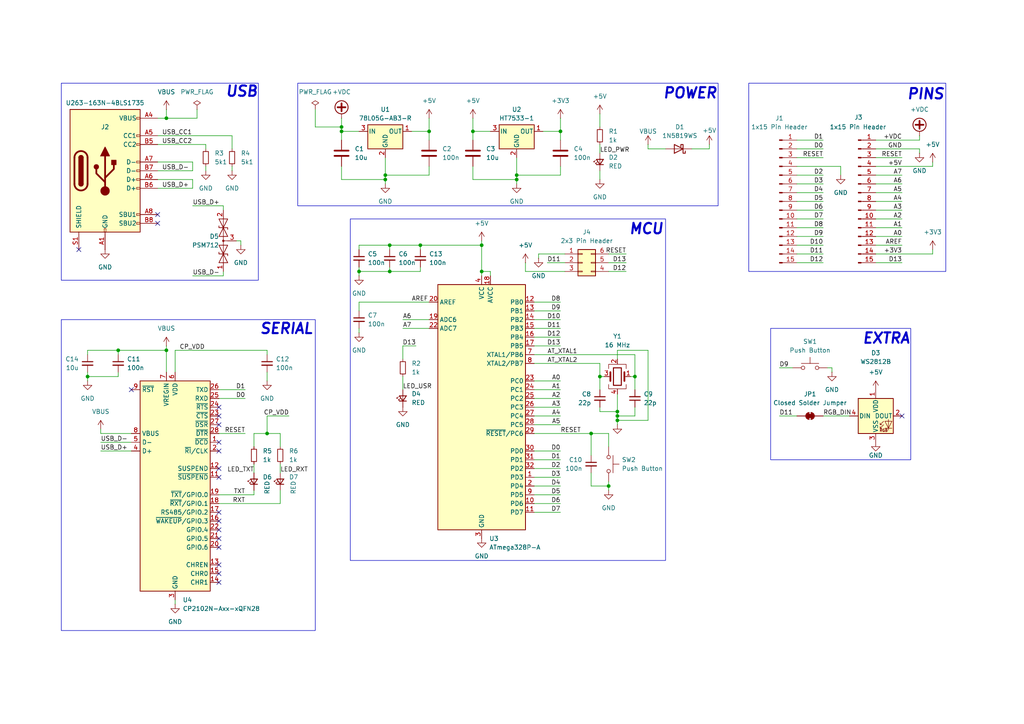
<source format=kicad_sch>
(kicad_sch (version 20231120) (generator "eeschema") (generator_version "8.0")
  (paper "A4")
  (title_block (title "Arduino Dolly") (date "2024-05-27") (rev "Rev 1"))
  (junction (at 99.06 36.83))
  (junction (at 137.16 38.1))
  (junction (at 99.06 38.1))
  (junction (at 149.86 50.8))
  (junction (at 111.76 52.07))
  (junction (at 48.26 34.29))
  (junction (at 111.76 50.8))
  (junction (at 124.46 38.1))
  (junction (at 171.45 125.73))
  (junction (at 184.15 109.22))
  (junction (at 25.4 109.22))
  (junction (at 104.14 78.74))
  (junction (at 179.07 121.92))
  (junction (at 34.29 101.6))
  (junction (at 173.99 109.22))
  (junction (at 48.26 101.6))
  (junction (at 176.53 140.97))
  (junction (at 121.92 71.12))
  (junction (at 139.7 78.74))
  (junction (at 162.56 38.1))
  (junction (at 149.86 52.07))
  (junction (at 113.03 78.74))
  (junction (at 113.03 71.12))
  (junction (at 139.7 71.12))
  (junction (at 179.07 120.65))
  (junction (at 77.47 125.73))
  (junction (at 179.07 119.38))
  (no_connect (at 38.1 113.03))
  (no_connect (at 63.5 156.21))
  (no_connect (at 63.5 158.75))
  (no_connect (at 261.62 120.65))
  (no_connect (at 63.5 151.13))
  (no_connect (at 63.5 135.89))
  (no_connect (at 63.5 130.81))
  (no_connect (at 63.5 168.91))
  (no_connect (at 22.86 72.39))
  (no_connect (at 63.5 120.65))
  (no_connect (at 63.5 138.43))
  (no_connect (at 63.5 128.27))
  (no_connect (at 63.5 118.11))
  (no_connect (at 63.5 153.67))
  (no_connect (at 45.72 62.23))
  (no_connect (at 63.5 123.19))
  (no_connect (at 63.5 166.37))
  (no_connect (at 45.72 64.77))
  (no_connect (at 63.5 163.83))
  (no_connect (at 63.5 148.59))
  (wire (pts (xy 104.14 71.12) (xy 104.14 72.39)))
  (wire (pts (xy 124.46 38.1) (xy 124.46 40.64)))
  (wire (pts (xy 162.56 133.35) (xy 154.94 133.35)))
  (wire (pts (xy 73.66 142.24) (xy 73.66 143.51)))
  (wire (pts (xy 179.07 101.6) (xy 187.96 101.6)))
  (wire (pts (xy 45.72 46.99) (xy 55.88 46.99)))
  (wire (pts (xy 254 58.42) (xy 261.62 58.42)))
  (wire (pts (xy 73.66 125.73) (xy 73.66 129.54)))
  (wire (pts (xy 104.14 77.47) (xy 104.14 78.74)))
  (wire (pts (xy 149.86 45.72) (xy 149.86 50.8)))
  (wire (pts (xy 184.15 102.87) (xy 184.15 109.22)))
  (wire (pts (xy 119.38 38.1) (xy 124.46 38.1)))
  (wire (pts (xy 99.06 34.29) (xy 99.06 36.83)))
  (wire (pts (xy 254 45.72) (xy 261.62 45.72)))
  (wire (pts (xy 176.53 76.2) (xy 181.61 76.2)))
  (wire (pts (xy 238.76 120.65) (xy 246.38 120.65)))
  (wire (pts (xy 162.56 38.1) (xy 162.56 40.64)))
  (wire (pts (xy 50.8 107.95) (xy 50.8 101.6)))
  (wire (pts (xy 184.15 109.22) (xy 182.88 109.22)))
  (wire (pts (xy 55.88 52.07) (xy 55.88 54.61)))
  (wire (pts (xy 57.15 31.75) (xy 57.15 34.29)))
  (wire (pts (xy 99.06 36.83) (xy 99.06 38.1)))
  (wire (pts (xy 226.06 106.68) (xy 229.87 106.68)))
  (wire (pts (xy 173.99 33.02) (xy 173.99 36.83)))
  (wire (pts (xy 184.15 120.65) (xy 184.15 118.11)))
  (wire (pts (xy 187.96 41.91) (xy 187.96 43.18)))
  (wire (pts (xy 176.53 140.97) (xy 176.53 139.7)))
  (wire (pts (xy 162.56 146.05) (xy 154.94 146.05)))
  (wire (pts (xy 59.69 41.91) (xy 59.69 43.18)))
  (wire (pts (xy 162.56 110.49) (xy 154.94 110.49)))
  (wire (pts (xy 238.76 45.72) (xy 231.14 45.72)))
  (wire (pts (xy 254 60.96) (xy 261.62 60.96)))
  (wire (pts (xy 77.47 125.73) (xy 81.28 125.73)))
  (wire (pts (xy 63.5 143.51) (xy 73.66 143.51)))
  (wire (pts (xy 121.92 77.47) (xy 121.92 78.74)))
  (wire (pts (xy 162.56 113.03) (xy 154.94 113.03)))
  (wire (pts (xy 48.26 101.6) (xy 48.26 107.95)))
  (wire (pts (xy 34.29 109.22) (xy 34.29 107.95)))
  (wire (pts (xy 55.88 59.69) (xy 64.77 59.69)))
  (wire (pts (xy 171.45 125.73) (xy 171.45 132.08)))
  (wire (pts (xy 81.28 146.05) (xy 81.28 142.24)))
  (wire (pts (xy 124.46 50.8) (xy 124.46 48.26)))
  (wire (pts (xy 266.7 43.18) (xy 266.7 44.45)))
  (wire (pts (xy 77.47 125.73) (xy 77.47 120.65)))
  (wire (pts (xy 111.76 53.34) (xy 111.76 52.07)))
  (wire (pts (xy 99.06 48.26) (xy 99.06 52.07)))
  (wire (pts (xy 104.14 87.63) (xy 124.46 87.63)))
  (wire (pts (xy 162.56 120.65) (xy 154.94 120.65)))
  (wire (pts (xy 104.14 78.74) (xy 113.03 78.74)))
  (wire (pts (xy 254 53.34) (xy 261.62 53.34)))
  (wire (pts (xy 55.88 46.99) (xy 55.88 49.53)))
  (wire (pts (xy 176.53 142.24) (xy 176.53 140.97)))
  (wire (pts (xy 50.8 175.26) (xy 50.8 173.99)))
  (wire (pts (xy 137.16 38.1) (xy 142.24 38.1)))
  (wire (pts (xy 162.56 90.17) (xy 154.94 90.17)))
  (wire (pts (xy 226.06 120.65) (xy 231.14 120.65)))
  (wire (pts (xy 158.75 76.2) (xy 163.83 76.2)))
  (wire (pts (xy 124.46 34.29) (xy 124.46 38.1)))
  (wire (pts (xy 162.56 100.33) (xy 154.94 100.33)))
  (wire (pts (xy 124.46 92.71) (xy 116.84 92.71)))
  (wire (pts (xy 73.66 134.62) (xy 73.66 137.16)))
  (wire (pts (xy 179.07 114.3) (xy 179.07 119.38)))
  (wire (pts (xy 173.99 118.11) (xy 173.99 119.38)))
  (wire (pts (xy 254 48.26) (xy 270.51 48.26)))
  (wire (pts (xy 113.03 78.74) (xy 121.92 78.74)))
  (wire (pts (xy 162.56 115.57) (xy 154.94 115.57)))
  (wire (pts (xy 104.14 80.01) (xy 104.14 78.74)))
  (wire (pts (xy 184.15 109.22) (xy 184.15 113.03)))
  (wire (pts (xy 157.48 38.1) (xy 162.56 38.1)))
  (wire (pts (xy 162.56 123.19) (xy 154.94 123.19)))
  (wire (pts (xy 25.4 101.6) (xy 25.4 102.87)))
  (wire (pts (xy 104.14 71.12) (xy 113.03 71.12)))
  (wire (pts (xy 238.76 68.58) (xy 231.14 68.58)))
  (wire (pts (xy 45.72 52.07) (xy 55.88 52.07)))
  (wire (pts (xy 99.06 52.07) (xy 111.76 52.07)))
  (wire (pts (xy 238.76 76.2) (xy 231.14 76.2)))
  (wire (pts (xy 254 66.04) (xy 261.62 66.04)))
  (wire (pts (xy 29.21 130.81) (xy 38.1 130.81)))
  (wire (pts (xy 254 40.64) (xy 266.7 40.64)))
  (wire (pts (xy 187.96 101.6) (xy 187.96 121.92)))
  (wire (pts (xy 162.56 130.81) (xy 154.94 130.81)))
  (wire (pts (xy 270.51 72.39) (xy 270.51 73.66)))
  (wire (pts (xy 238.76 43.18) (xy 231.14 43.18)))
  (wire (pts (xy 64.77 60.96) (xy 64.77 59.69)))
  (wire (pts (xy 162.56 34.29) (xy 162.56 38.1)))
  (wire (pts (xy 77.47 120.65) (xy 83.82 120.65)))
  (wire (pts (xy 149.86 53.34) (xy 149.86 52.07)))
  (wire (pts (xy 29.21 125.73) (xy 38.1 125.73)))
  (wire (pts (xy 173.99 49.53) (xy 173.99 52.07)))
  (wire (pts (xy 139.7 78.74) (xy 142.24 78.74)))
  (wire (pts (xy 241.3 107.95) (xy 241.3 106.68)))
  (wire (pts (xy 121.92 71.12) (xy 121.92 72.39)))
  (wire (pts (xy 238.76 50.8) (xy 231.14 50.8)))
  (wire (pts (xy 238.76 58.42) (xy 231.14 58.42)))
  (wire (pts (xy 45.72 54.61) (xy 55.88 54.61)))
  (wire (pts (xy 149.86 50.8) (xy 162.56 50.8)))
  (wire (pts (xy 162.56 118.11) (xy 154.94 118.11)))
  (wire (pts (xy 116.84 109.22) (xy 116.84 113.03)))
  (wire (pts (xy 162.56 148.59) (xy 154.94 148.59)))
  (wire (pts (xy 254 43.18) (xy 266.7 43.18)))
  (wire (pts (xy 104.14 96.52) (xy 104.14 95.25)))
  (wire (pts (xy 111.76 50.8) (xy 124.46 50.8)))
  (wire (pts (xy 241.3 106.68) (xy 240.03 106.68)))
  (wire (pts (xy 179.07 121.92) (xy 179.07 123.19)))
  (wire (pts (xy 162.56 143.51) (xy 154.94 143.51)))
  (wire (pts (xy 173.99 109.22) (xy 175.26 109.22)))
  (wire (pts (xy 205.74 41.91) (xy 205.74 43.18)))
  (wire (pts (xy 142.24 78.74) (xy 142.24 80.01)))
  (wire (pts (xy 254 55.88) (xy 261.62 55.88)))
  (wire (pts (xy 179.07 104.14) (xy 179.07 101.6)))
  (wire (pts (xy 231.14 48.26) (xy 243.84 48.26)))
  (wire (pts (xy 156.21 73.66) (xy 163.83 73.66)))
  (wire (pts (xy 45.72 39.37) (xy 67.31 39.37)))
  (wire (pts (xy 154.94 102.87) (xy 184.15 102.87)))
  (wire (pts (xy 55.88 49.53) (xy 45.72 49.53)))
  (wire (pts (xy 34.29 102.87) (xy 34.29 101.6)))
  (wire (pts (xy 69.85 69.85) (xy 69.85 71.12)))
  (wire (pts (xy 187.96 43.18) (xy 193.04 43.18)))
  (wire (pts (xy 154.94 125.73) (xy 171.45 125.73)))
  (wire (pts (xy 25.4 109.22) (xy 25.4 107.95)))
  (wire (pts (xy 154.94 105.41) (xy 173.99 105.41)))
  (wire (pts (xy 50.8 101.6) (xy 77.47 101.6)))
  (wire (pts (xy 254 50.8) (xy 261.62 50.8)))
  (wire (pts (xy 111.76 45.72) (xy 111.76 50.8)))
  (wire (pts (xy 25.4 109.22) (xy 34.29 109.22)))
  (wire (pts (xy 63.5 146.05) (xy 81.28 146.05)))
  (wire (pts (xy 59.69 48.26) (xy 59.69 49.53)))
  (wire (pts (xy 254 73.66) (xy 270.51 73.66)))
  (wire (pts (xy 176.53 125.73) (xy 176.53 129.54)))
  (wire (pts (xy 63.5 115.57) (xy 71.12 115.57)))
  (wire (pts (xy 162.56 50.8) (xy 162.56 48.26)))
  (wire (pts (xy 162.56 135.89) (xy 154.94 135.89)))
  (wire (pts (xy 176.53 73.66) (xy 181.61 73.66)))
  (wire (pts (xy 25.4 110.49) (xy 25.4 109.22)))
  (wire (pts (xy 91.44 36.83) (xy 99.06 36.83)))
  (wire (pts (xy 137.16 52.07) (xy 149.86 52.07)))
  (wire (pts (xy 171.45 137.16) (xy 171.45 140.97)))
  (wire (pts (xy 34.29 101.6) (xy 48.26 101.6)))
  (wire (pts (xy 99.06 40.64) (xy 99.06 38.1)))
  (wire (pts (xy 137.16 40.64) (xy 137.16 38.1)))
  (wire (pts (xy 29.21 124.46) (xy 29.21 125.73)))
  (wire (pts (xy 162.56 95.25) (xy 154.94 95.25)))
  (wire (pts (xy 67.31 39.37) (xy 67.31 43.18)))
  (wire (pts (xy 162.56 138.43) (xy 154.94 138.43)))
  (wire (pts (xy 162.56 92.71) (xy 154.94 92.71)))
  (wire (pts (xy 179.07 120.65) (xy 179.07 121.92)))
  (wire (pts (xy 137.16 34.29) (xy 137.16 38.1)))
  (wire (pts (xy 254 76.2) (xy 261.62 76.2)))
  (wire (pts (xy 238.76 73.66) (xy 231.14 73.66)))
  (wire (pts (xy 111.76 50.8) (xy 111.76 52.07)))
  (wire (pts (xy 67.31 48.26) (xy 67.31 49.53)))
  (wire (pts (xy 48.26 100.33) (xy 48.26 101.6)))
  (wire (pts (xy 77.47 101.6) (xy 77.47 102.87)))
  (wire (pts (xy 238.76 63.5) (xy 231.14 63.5)))
  (wire (pts (xy 254 71.12) (xy 261.62 71.12)))
  (wire (pts (xy 173.99 119.38) (xy 179.07 119.38)))
  (wire (pts (xy 238.76 55.88) (xy 231.14 55.88)))
  (wire (pts (xy 139.7 78.74) (xy 139.7 80.01)))
  (wire (pts (xy 179.07 121.92) (xy 187.96 121.92)))
  (wire (pts (xy 113.03 71.12) (xy 113.03 72.39)))
  (wire (pts (xy 116.84 100.33) (xy 116.84 104.14)))
  (wire (pts (xy 238.76 66.04) (xy 231.14 66.04)))
  (wire (pts (xy 113.03 71.12) (xy 121.92 71.12)))
  (wire (pts (xy 63.5 113.03) (xy 71.12 113.03)))
  (wire (pts (xy 156.21 73.66) (xy 156.21 74.93)))
  (wire (pts (xy 116.84 100.33) (xy 120.65 100.33)))
  (wire (pts (xy 48.26 31.75) (xy 48.26 34.29)))
  (wire (pts (xy 254 68.58) (xy 261.62 68.58)))
  (wire (pts (xy 266.7 39.37) (xy 266.7 40.64)))
  (wire (pts (xy 179.07 119.38) (xy 179.07 120.65)))
  (wire (pts (xy 176.53 78.74) (xy 181.61 78.74)))
  (wire (pts (xy 68.58 69.85) (xy 69.85 69.85)))
  (wire (pts (xy 162.56 87.63) (xy 154.94 87.63)))
  (wire (pts (xy 205.74 43.18) (xy 200.66 43.18)))
  (wire (pts (xy 270.51 48.26) (xy 270.51 46.99)))
  (wire (pts (xy 171.45 125.73) (xy 176.53 125.73)))
  (wire (pts (xy 137.16 48.26) (xy 137.16 52.07)))
  (wire (pts (xy 73.66 125.73) (xy 77.47 125.73)))
  (wire (pts (xy 139.7 71.12) (xy 139.7 78.74)))
  (wire (pts (xy 45.72 34.29) (xy 48.26 34.29)))
  (wire (pts (xy 64.77 80.01) (xy 64.77 78.74)))
  (wire (pts (xy 171.45 140.97) (xy 176.53 140.97)))
  (wire (pts (xy 91.44 31.75) (xy 91.44 36.83)))
  (wire (pts (xy 243.84 48.26) (xy 243.84 50.8)))
  (wire (pts (xy 162.56 140.97) (xy 154.94 140.97)))
  (wire (pts (xy 173.99 109.22) (xy 173.99 113.03)))
  (wire (pts (xy 139.7 69.85) (xy 139.7 71.12)))
  (wire (pts (xy 238.76 40.64) (xy 231.14 40.64)))
  (wire (pts (xy 25.4 101.6) (xy 34.29 101.6)))
  (wire (pts (xy 149.86 50.8) (xy 149.86 52.07)))
  (wire (pts (xy 152.4 78.74) (xy 163.83 78.74)))
  (wire (pts (xy 238.76 60.96) (xy 231.14 60.96)))
  (wire (pts (xy 104.14 87.63) (xy 104.14 90.17)))
  (wire (pts (xy 238.76 71.12) (xy 231.14 71.12)))
  (wire (pts (xy 238.76 53.34) (xy 231.14 53.34)))
  (wire (pts (xy 173.99 41.91) (xy 173.99 44.45)))
  (wire (pts (xy 162.56 97.79) (xy 154.94 97.79)))
  (wire (pts (xy 113.03 77.47) (xy 113.03 78.74)))
  (polyline (pts (xy 192.532 -16.002) (xy 193.04 -16.002)) (stroke (width 0) (type dash)))
  (wire (pts (xy 81.28 134.62) (xy 81.28 137.16)))
  (wire (pts (xy 29.21 128.27) (xy 38.1 128.27)))
  (wire (pts (xy 77.47 110.49) (xy 77.47 107.95)))
  (wire (pts (xy 124.46 95.25) (xy 116.84 95.25)))
  (wire (pts (xy 179.07 120.65) (xy 184.15 120.65)))
  (wire (pts (xy 55.88 80.01) (xy 64.77 80.01)))
  (wire (pts (xy 152.4 76.2) (xy 152.4 78.74)))
  (wire (pts (xy 173.99 105.41) (xy 173.99 109.22)))
  (wire (pts (xy 63.5 125.73) (xy 71.12 125.73)))
  (wire (pts (xy 45.72 41.91) (xy 59.69 41.91)))
  (wire (pts (xy 48.26 34.29) (xy 57.15 34.29)))
  (wire (pts (xy 81.28 125.73) (xy 81.28 129.54)))
  (wire (pts (xy 99.06 38.1) (xy 104.14 38.1)))
  (wire (pts (xy 121.92 71.12) (xy 139.7 71.12)))
  (wire (pts (xy 254 63.5) (xy 261.62 63.5)))
  (rectangle (start 101.6 63.5) (end 193.04 162.56))
  (rectangle (start 223.52 95.25) (end 264.16 133.35))
  (rectangle (start 86.36 24.13) (end 208.28 59.69))
  (rectangle (start 17.78 92.71) (end 91.44 182.88))
  (rectangle (start 217.17 24.13) (end 274.32 78.74))
  (rectangle (start 17.78 24.13) (end 74.93 81.28))
  (text "MCU\n" (at 187.452 66.548 0) (effects (font (size 3 3) (thickness 0.6) (bold yes) (italic yes))))
  (text "POWER\n" (at 200.152 27.178 0) (effects (font (size 3 3) (thickness 0.6) (bold yes) (italic yes))))
  (text "PINS" (at 268.478 27.432 0) (effects (font (size 3 3) (thickness 0.6) (bold yes) (italic yes))))
  (text "USB" (at 70.104 26.67 0) (effects (font (size 3 3) (thickness 0.6) (bold yes) (italic yes))))
  (text "EXTRA" (at 257.048 98.298 0) (effects (font (size 3 3) (thickness 0.6) (bold yes) (italic yes))))
  (text "SERIAL" (at 83.058 95.504 0) (effects (font (size 3 3) (thickness 0.6) (bold yes) (italic yes))))
  (label "D4" (at 238.76 55.88 180))
  (label "RESET" (at 261.62 45.72 180))
  (label "D1" (at 162.56 133.35 180))
  (label "USB_D+" (at 46.99 54.61 0))
  (label "D13" (at 162.56 100.33 180))
  (label "D8" (at 162.56 87.63 180))
  (label "D2" (at 238.76 50.8 180))
  (label "A7" (at 116.84 95.25 0))
  (label "AREF" (at 119.38 87.63 0))
  (label "+VDC" (at 261.62 40.64 180))
  (label "CP_VDD" (at 83.82 120.65 180))
  (label "D5" (at 162.56 143.51 180))
  (label "USB_D+" (at 29.21 130.81 0))
  (label "AT_XTAL1" (at 158.75 102.87 0))
  (label "RESET" (at 238.76 45.72 180))
  (label "A5" (at 162.56 123.19 180))
  (label "AT_XTAL2" (at 158.75 105.41 0))
  (label "RESET" (at 162.56 125.73 0))
  (label "D9" (at 162.56 90.17 180))
  (label "D5" (at 238.76 58.42 180))
  (label "D1" (at 71.12 113.03 180))
  (label "A2" (at 162.56 115.57 180))
  (label "A0" (at 162.56 110.49 180))
  (label "D13" (at 120.65 100.33 180))
  (label "D0" (at 162.56 130.81 180))
  (label "D9" (at 226.06 106.68 0))
  (label "D6" (at 162.56 146.05 180))
  (label "D12" (at 238.76 76.2 180))
  (label "USB_D-" (at 55.88 80.01 0))
  (label "D11" (at 238.76 73.66 180))
  (label "USB_CC2" (at 46.99 41.91 0))
  (label "D12" (at 181.61 78.74 180))
  (label "USB_D+" (at 55.88 59.69 0))
  (label "D9" (at 238.76 68.58 180))
  (label "D7" (at 162.56 148.59 180))
  (label "A1" (at 261.62 66.04 180))
  (label "D0" (at 71.12 115.57 180))
  (label "D1" (at 238.76 40.64 180))
  (label "A4" (at 162.56 120.65 180))
  (label "A3" (at 162.56 118.11 180))
  (label "USB_D-" (at 29.21 128.27 0))
  (label "TXT" (at 71.12 143.51 180))
  (label "RXT" (at 71.12 146.05 180))
  (label "A5" (at 261.62 55.88 180))
  (label "CP_VDD" (at 52.07 101.6 0))
  (label "LED_PWR" (at 173.99 44.45 0))
  (label "D3" (at 238.76 53.34 180))
  (label "RESET" (at 71.12 125.73 180))
  (label "A6" (at 261.62 53.34 180))
  (label "GND" (at 261.62 43.18 180))
  (label "LED_RXT" (at 81.28 137.16 0))
  (label "D11" (at 162.56 95.25 180))
  (label "RGB_DIN" (at 238.76 120.65 0))
  (label "+5V" (at 261.62 48.26 180))
  (label "D12" (at 162.56 97.79 180))
  (label "D2" (at 162.56 135.89 180))
  (label "AREF" (at 261.62 71.12 180))
  (label "D3" (at 162.56 138.43 180))
  (label "USB_CC1" (at 46.99 39.37 0))
  (label "D8" (at 238.76 66.04 180))
  (label "D11" (at 226.06 120.65 0))
  (label "USB_D-" (at 46.99 49.53 0))
  (label "D7" (at 238.76 63.5 180))
  (label "A2" (at 261.62 63.5 180))
  (label "A6" (at 116.84 92.71 0))
  (label "D11" (at 158.75 76.2 0))
  (label "D0" (at 238.76 43.18 180))
  (label "A1" (at 162.56 113.03 180))
  (label "LED_TXT" (at 73.66 137.16 180))
  (label "D10" (at 238.76 71.12 180))
  (label "D13" (at 261.62 76.2 180))
  (label "+3V3" (at 261.62 73.66 180))
  (label "A0" (at 261.62 68.58 180))
  (label "D4" (at 162.56 140.97 180))
  (label "D6" (at 238.76 60.96 180))
  (label "RESET" (at 181.61 73.66 180))
  (label "A3" (at 261.62 60.96 180))
  (label "LED_USR" (at 116.84 113.03 0))
  (label "A7" (at 261.62 50.8 180))
  (label "D13" (at 181.61 76.2 180))
  (label "D10" (at 162.56 92.71 180))
  (label "A4" (at 261.62 58.42 180))
  (symbol (lib_id "power:+5V") (at 270.51 46.99 0) (unit 1)
    (property "Reference" "#PWR024" (effects (hide yes)))
    (property "Value" "+5V" (at 270.51 41.91 0))
    (property "Description" "Power symbol creates a global label with name \"+5V\"" (effects (hide yes)))
  )
  (symbol (lib_id "Device:R_Small") (at 67.31 45.72 0) (unit 1)
    (property "Reference" "R4" (at 69.85 44.4499 0) (effects (justify left)))
    (property "Value" "5k1" (at 69.85 46.9899 0) (effects (justify left)))
    (property "Footprint" "Resistor_SMD:R_0603_1608Metric" (effects (hide yes)))
    (property "Datasheet" "https://wmsc.lcsc.com/wmsc/upload/file/pdf/v2/lcsc/2206010116_UNI-ROYAL-Uniroyal-Elec-0603WAF5101T5E_C23186.pdf" (effects (hide yes)))
    (property "Description" "Resistor, small symbol" (effects (hide yes)))
    (property "JLCPCB Part#" "C23186" (effects (hide yes)))
  )
  (symbol (lib_id "power:GND") (at 254 128.27 0) (unit 1)
    (property "Reference" "#PWR013" (effects (hide yes)))
    (property "Value" "GND" (at 254 132.08 0))
    (property "Description" "Power symbol creates a global label with name \"GND\" , ground" (effects (hide yes)))
  )
  (symbol (lib_id "Connector_Generic:Conn_02x03_Counter_Clockwise") (at 168.91 76.2 0) (unit 1)
    (property "Reference" "J4" (at 170.18 67.31 0))
    (property "Value" "2x3 Pin Header" (at 170.18 69.85 0))
    (property "Footprint" "Connector_PinHeader_2.54mm:PinHeader_2x03_P2.54mm_Vertical" (effects (hide yes)))
    (property "Description" "Generic connector, double row, 02x03, counter clockwise pin numbering scheme (similar to DIP package numbering), script generated (kicad-library-utils/schlib/autogen/connector/)" (effects (hide yes)))
  )
  (symbol (lib_id "power:+5V") (at 173.99 33.02 0) (unit 1)
    (property "Reference" "#PWR01" (effects (hide yes)))
    (property "Value" "+5V" (at 173.99 27.94 0))
    (property "Description" "Power symbol creates a global label with name \"+5V\"" (effects (hide yes)))
  )
  (symbol (lib_id "power:VBUS") (at 187.96 41.91 0) (unit 1)
    (property "Reference" "#PWR07" (effects (hide yes)))
    (property "Value" "VBUS" (at 185.42 38.1 0) (effects (justify left)))
    (property "Description" "Power symbol creates a global label with name \"VBUS\"" (effects (hide yes)))
  )
  (symbol (lib_id "power:+VDC") (at 266.7 39.37 0) (unit 1)
    (property "Reference" "#PWR021" (effects (hide yes)))
    (property "Value" "+VDC" (at 266.7 31.75 0))
    (property "Description" "Power symbol creates a global label with name \"+VDC\"" (effects (hide yes)))
  )
  (symbol (lib_id "power:VBUS") (at 29.21 124.46 0) (unit 1)
    (property "Reference" "#PWR029" (effects (hide yes)))
    (property "Value" "VBUS" (at 29.21 119.38 0))
    (property "Description" "Power symbol creates a global label with name \"VBUS\"" (effects (hide yes)))
  )
  (symbol (lib_id "LED:WS2812B") (at 254 120.65 0) (unit 1)
    (property "Reference" "D3" (at 254 102.362 0))
    (property "Value" "WS2812B" (at 254 104.902 0))
    (property "Footprint" "LED_SMD:LED_WS2812B_PLCC4_5.0x5.0mm_P3.2mm" (effects (hide yes)))
    (property "Datasheet" "https://cdn-shop.adafruit.com/datasheets/WS2812B.pdf" (effects (hide yes)))
    (property "Description" "RGB LED with integrated controller" (effects (hide yes)))
    (property "JLCPCB Part#" "C2843785" (effects (hide yes)))
  )
  (symbol (lib_id "power:PWR_FLAG") (at 57.15 31.75 0) (unit 1)
    (property "Reference" "#FLG02" (effects (hide yes)))
    (property "Value" "PWR_FLAG" (at 57.15 26.67 0))
    (property "Description" "Special symbol for telling ERC where power comes from" (effects (hide yes)))
  )
  (symbol (lib_id "power:VBUS") (at 48.26 100.33 0) (unit 1)
    (property "Reference" "#PWR035" (effects (hide yes)))
    (property "Value" "VBUS" (at 48.26 95.25 0))
    (property "Description" "Power symbol creates a global label with name \"VBUS\"" (effects (hide yes)))
  )
  (symbol (lib_id "Device:C_Small") (at 173.99 115.57 0) (mirror y) (unit 1)
    (property "Reference" "C8" (at 171.45 114.3062 0) (effects (justify left)))
    (property "Value" "22p" (at 171.45 116.8462 0) (effects (justify left)))
    (property "Footprint" "Capacitor_SMD:C_0603_1608Metric" (effects (hide yes)))
    (property "Datasheet" "https://wmsc.lcsc.com/wmsc/upload/file/pdf/v2/lcsc/2204131745_Walsin-Tech-Corp-0603N220J100CT-C_C2991405.pdf" (effects (hide yes)))
    (property "Description" "Unpolarized capacitor, small symbol" (effects (hide yes)))
    (property "JLCPCB Part#" "C2991405" (effects (hide yes)))
  )
  (symbol (lib_id "power:GND") (at 179.07 123.19 0) (unit 1)
    (property "Reference" "#PWR022" (effects (hide yes)))
    (property "Value" "GND" (effects (hide yes)))
    (property "Description" "Power symbol creates a global label with name \"GND\" , ground" (effects (hide yes)))
  )
  (symbol (lib_id "power:GND") (at 104.14 96.52 0) (unit 1)
    (property "Reference" "#PWR019" (effects (hide yes)))
    (property "Value" "GND" (at 104.14 101.6 0))
    (property "Description" "Power symbol creates a global label with name \"GND\" , ground" (effects (hide yes)))
  )
  (symbol (lib_id "Interface_USB:CP2102N-Axx-xQFN28") (at 50.8 140.97 0) (unit 1)
    (property "Reference" "U4" (at 52.9941 173.99 0) (effects (justify left)))
    (property "Value" "CP2102N-Axx-xQFN28" (at 52.9941 176.53 0) (effects (justify left)))
    (property "Footprint" "Package_DFN_QFN:QFN-28-1EP_5x5mm_P0.5mm_EP3.35x3.35mm" (effects (hide yes)))
    (property "Datasheet" "https://www.silabs.com/documents/public/data-sheets/cp2102n-datasheet.pdf" (effects (hide yes)))
    (property "Description" "USB to UART master bridge, QFN-28" (effects (hide yes)))
    (property "JLCPCB Part#" "C6568" (effects (hide yes)))
  )
  (symbol (lib_id "power:GND") (at 156.21 74.93 0) (unit 1)
    (property "Reference" "#PWR032" (effects (hide yes)))
    (property "Value" "GND" (at 156.21 80.01 0))
    (property "Description" "Power symbol creates a global label with name \"GND\" , ground" (effects (hide yes)))
  )
  (symbol (lib_id "Connector:Conn_01x15_Pin") (at 226.06 58.42 0) (unit 1)
    (property "Reference" "J1" (at 226.06 34.29 0))
    (property "Value" "1x15 Pin Header" (at 226.06 36.83 0))
    (property "Footprint" "Connector_PinHeader_2.54mm:PinHeader_1x15_P2.54mm_Vertical" (effects (hide yes)))
    (property "Description" "Generic connector, single row, 01x15, script generated" (effects (hide yes)))
  )
  (symbol (lib_id "Device:C_Small") (at 171.45 134.62 0) (mirror y) (unit 1)
    (property "Reference" "C10" (at 168.91 133.3562 0) (effects (justify left)))
    (property "Value" "100n" (at 168.91 135.8962 0) (effects (justify left)))
    (property "Footprint" "Capacitor_SMD:C_0603_1608Metric" (effects (hide yes)))
    (property "Datasheet" "https://wmsc.lcsc.com/wmsc/upload/file/pdf/v2/lcsc/2211101700_YAGEO-CC0603KRX7R9BB104_C14663.pdf" (effects (hide yes)))
    (property "Description" "Unpolarized capacitor, small symbol" (effects (hide yes)))
    (property "JLCPCB Part#" "C14663" (effects (hide yes)))
  )
  (symbol (lib_id "power:+5V") (at 254 113.03 0) (unit 1)
    (property "Reference" "#PWR09" (effects (hide yes)))
    (property "Value" "+5V" (at 254 107.95 0))
    (property "Description" "Power symbol creates a global label with name \"+5V\"" (effects (hide yes)))
  )
  (symbol (lib_id "power:GND") (at 25.4 110.49 0) (unit 1)
    (property "Reference" "#PWR037" (effects (hide yes)))
    (property "Value" "GND" (at 25.4 115.57 0))
    (property "Description" "Power symbol creates a global label with name \"GND\" , ground" (effects (hide yes)))
  )
  (symbol (lib_id "Device:R_Small") (at 173.99 39.37 0) (unit 1)
    (property "Reference" "R1" (at 176.53 38.0999 0) (effects (justify left)))
    (property "Value" "1k" (at 176.53 40.6399 0) (effects (justify left)))
    (property "Footprint" "Resistor_SMD:R_0603_1608Metric" (effects (hide yes)))
    (property "Datasheet" "https://wmsc.lcsc.com/wmsc/upload/file/pdf/v2/lcsc/2206010130_UNI-ROYAL-Uniroyal-Elec-0603WAF1001T5E_C21190.pdf" (effects (hide yes)))
    (property "Description" "Resistor, small symbol" (effects (hide yes)))
    (property "JLCPCB Part#" "C21190" (effects (hide yes)))
  )
  (symbol (lib_id "Device:C_Small") (at 77.47 105.41 0) (unit 1)
    (property "Reference" "C12" (at 80.01 104.1462 0) (effects (justify left)))
    (property "Value" "100n" (at 80.01 106.6862 0) (effects (justify left)))
    (property "Footprint" "Capacitor_SMD:C_0603_1608Metric" (effects (hide yes)))
    (property "Datasheet" "https://wmsc.lcsc.com/wmsc/upload/file/pdf/v2/lcsc/2211101700_YAGEO-CC0603KRX7R9BB104_C14663.pdf" (effects (hide yes)))
    (property "Description" "Unpolarized capacitor, small symbol" (effects (hide yes)))
    (property "JLCPCB Part#" "C14663" (effects (hide yes)))
  )
  (symbol (lib_id "power:GND") (at 50.8 175.26 0) (unit 1)
    (property "Reference" "#PWR033" (effects (hide yes)))
    (property "Value" "GND" (at 50.8 180.34 0))
    (property "Description" "Power symbol creates a global label with name \"GND\" , ground" (effects (hide yes)))
  )
  (symbol (lib_id "Device:C_Small") (at 184.15 115.57 180) (unit 1)
    (property "Reference" "C9" (at 186.69 114.2935 0) (effects (justify right)))
    (property "Value" "22p" (at 186.69 116.8335 0) (effects (justify right)))
    (property "Footprint" "Capacitor_SMD:C_0603_1608Metric" (effects (hide yes)))
    (property "Datasheet" "https://wmsc.lcsc.com/wmsc/upload/file/pdf/v2/lcsc/2204131745_Walsin-Tech-Corp-0603N220J100CT-C_C2991405.pdf" (effects (hide yes)))
    (property "Description" "Unpolarized capacitor, small symbol" (effects (hide yes)))
    (property "JLCPCB Part#" "C2991405" (effects (hide yes)))
  )
  (symbol (lib_id "power:GND") (at 266.7 44.45 0) (unit 1)
    (property "Reference" "#PWR023" (effects (hide yes)))
    (property "Value" "GND" (at 266.7 49.53 0))
    (property "Description" "Power symbol creates a global label with name \"GND\" , ground" (effects (hide yes)))
  )
  (symbol (lib_id "Device:C") (at 124.46 44.45 0) (unit 1)
    (property "Reference" "C2" (at 128.27 43.1799 0) (effects (justify left)))
    (property "Value" "100n" (at 128.27 45.7199 0) (effects (justify left)))
    (property "Footprint" "Capacitor_SMD:C_0603_1608Metric" (effects (hide yes)))
    (property "Datasheet" "https://wmsc.lcsc.com/wmsc/upload/file/pdf/v2/lcsc/2211101700_YAGEO-CC0603KRX7R9BB104_C14663.pdf" (effects (hide yes)))
    (property "Description" "Unpolarized capacitor" (effects (hide yes)))
    (property "JLCPCB Part#" "C14663" (effects (hide yes)))
  )
  (symbol (lib_id "power:+5V") (at 124.46 34.29 0) (unit 1)
    (property "Reference" "#PWR03" (effects (hide yes)))
    (property "Value" "+5V" (at 124.46 29.21 0))
    (property "Description" "Power symbol creates a global label with name \"+5V\"" (effects (hide yes)))
  )
  (symbol (lib_id "Device:R_Small") (at 59.69 45.72 0) (unit 1)
    (property "Reference" "R3" (at 62.23 44.4499 0) (effects (justify left)))
    (property "Value" "5k1" (at 62.23 46.9899 0) (effects (justify left)))
    (property "Footprint" "Resistor_SMD:R_0603_1608Metric" (effects (hide yes)))
    (property "Datasheet" "https://wmsc.lcsc.com/wmsc/upload/file/pdf/v2/lcsc/2206010116_UNI-ROYAL-Uniroyal-Elec-0603WAF5101T5E_C23186.pdf" (effects (hide yes)))
    (property "Description" "Resistor, small symbol" (effects (hide yes)))
    (property "JLCPCB Part#" "C23186" (effects (hide yes)))
  )
  (symbol (lib_id "Connector:Conn_01x15_Pin") (at 248.92 58.42 0) (unit 1)
    (property "Reference" "J3" (at 250.19 34.036 0) (effects (justify right)))
    (property "Value" "1x15 Pin Header" (at 257.048 36.83 0) (effects (justify right)))
    (property "Footprint" "Connector_PinHeader_2.54mm:PinHeader_1x15_P2.54mm_Vertical" (effects (hide yes)))
    (property "Description" "Generic connector, single row, 01x15, script generated" (effects (hide yes)))
  )
  (symbol (lib_id "power:GND") (at 30.48 72.39 0) (unit 1)
    (property "Reference" "#PWR030" (effects (hide yes)))
    (property "Value" "GND" (at 30.48 77.47 0))
    (property "Description" "Power symbol creates a global label with name \"GND\" , ground" (effects (hide yes)))
  )
  (symbol (lib_id "Device:C_Small") (at 113.03 74.93 0) (unit 1)
    (property "Reference" "C6" (at 115.57 73.6662 0) (effects (justify left)))
    (property "Value" "100n" (at 115.57 76.2062 0) (effects (justify left)))
    (property "Footprint" "Capacitor_SMD:C_0603_1608Metric" (effects (hide yes)))
    (property "Datasheet" "https://wmsc.lcsc.com/wmsc/upload/file/pdf/v2/lcsc/2211101700_YAGEO-CC0603KRX7R9BB104_C14663.pdf" (effects (hide yes)))
    (property "Description" "Unpolarized capacitor, small symbol" (effects (hide yes)))
    (property "JLCPCB Part#" "C14663" (effects (hide yes)))
  )
  (symbol (lib_id "Device:LED_Small") (at 81.28 139.7 90) (unit 1)
    (property "Reference" "D7" (at 83.82 138.3664 90) (effects (justify right)))
    (property "Value" "RED" (at 85.09 139.446 0) (effects (justify right)))
    (property "Footprint" "LED_SMD:LED_0603_1608Metric" (effects (hide yes)))
    (property "Datasheet" "https://wmsc.lcsc.com/wmsc/upload/file/pdf/v2/lcsc/1810231112_Hubei-KENTO-Elec-KT-0603R_C2286.pdf" (effects (hide yes)))
    (property "Description" "Light emitting diode, small symbol" (effects (hide yes)))
    (property "JLCPCB Part#" "C2286" (effects (hide yes)))
  )
  (symbol (lib_id "Device:C_Small") (at 34.29 105.41 0) (unit 1)
    (property "Reference" "C11" (at 36.83 104.1462 0) (effects (justify left)))
    (property "Value" "100n" (at 36.83 106.6862 0) (effects (justify left)))
    (property "Footprint" "Capacitor_SMD:C_0603_1608Metric" (effects (hide yes)))
    (property "Datasheet" "https://wmsc.lcsc.com/wmsc/upload/file/pdf/v2/lcsc/2211101700_YAGEO-CC0603KRX7R9BB104_C14663.pdf" (effects (hide yes)))
    (property "Description" "Unpolarized capacitor, small symbol" (effects (hide yes)))
    (property "JLCPCB Part#" "C14663" (effects (hide yes)))
  )
  (symbol (lib_id "power:GND") (at 139.7 156.21 0) (unit 1)
    (property "Reference" "#PWR034" (effects (hide yes)))
    (property "Value" "GND" (at 139.7 161.29 0))
    (property "Description" "Power symbol creates a global label with name \"GND\" , ground" (effects (hide yes)))
  )
  (symbol (lib_id "power:VBUS") (at 48.26 31.75 0) (unit 1)
    (property "Reference" "#PWR020" (effects (hide yes)))
    (property "Value" "VBUS" (at 48.26 26.67 0))
    (property "Description" "Power symbol creates a global label with name \"VBUS\"" (effects (hide yes)))
  )
  (symbol (lib_id "Device:LED_Small") (at 173.99 46.99 90) (unit 1)
    (property "Reference" "D2" (at 176.53 45.6564 90) (effects (justify right)))
    (property "Value" "RED" (at 176.53 48.1964 90) (effects (justify right)))
    (property "Footprint" "LED_SMD:LED_0603_1608Metric" (effects (hide yes)))
    (property "Datasheet" "https://wmsc.lcsc.com/wmsc/upload/file/pdf/v2/lcsc/1810231112_Hubei-KENTO-Elec-KT-0603R_C2286.pdf" (effects (hide yes)))
    (property "Description" "Light emitting diode, small symbol" (effects (hide yes)))
    (property "JLCPCB Part#" "C2286" (effects (hide yes)))
  )
  (symbol (lib_id "power:GND") (at 176.53 142.24 0) (unit 1)
    (property "Reference" "#PWR027" (effects (hide yes)))
    (property "Value" "GND" (at 176.53 147.32 0))
    (property "Description" "Power symbol creates a global label with name \"GND\" , ground" (effects (hide yes)))
  )
  (symbol (lib_id "Device:D_Schottky") (at 196.85 43.18 180) (unit 1)
    (property "Reference" "D1" (at 197.1675 36.83 0))
    (property "Value" "1N5819WS" (at 197.1675 39.37 0))
    (property "Footprint" "Diode_SMD:D_SOD-323" (effects (hide yes)))
    (property "Datasheet" "https://wmsc.lcsc.com/wmsc/upload/file/pdf/v2/lcsc/2204281430_Guangdong-Hottech-1N5819WS_C191023.pdf" (effects (hide yes)))
    (property "Description" "Schottky diode" (effects (hide yes)))
    (property "JLCPCB Part#" "C191023" (effects (hide yes)))
  )
  (symbol (lib_id "power:GND") (at 241.3 107.95 0) (unit 1)
    (property "Reference" "#PWR06" (effects (hide yes)))
    (property "Value" "GND" (at 241.3 113.03 0))
    (property "Description" "Power symbol creates a global label with name \"GND\" , ground" (effects (hide yes)))
  )
  (symbol (lib_id "MCU_Microchip_ATmega:ATmega328P-A") (at 139.7 118.11 0) (unit 1)
    (property "Reference" "U3" (at 141.8941 156.21 0) (effects (justify left)))
    (property "Value" "ATmega328P-A" (at 141.8941 158.75 0) (effects (justify left)))
    (property "Footprint" "Package_QFP:TQFP-32_7x7mm_P0.8mm" (effects (hide yes)))
    (property "Datasheet" "http://ww1.microchip.com/downloads/en/DeviceDoc/ATmega328_P%20AVR%20MCU%20with%20picoPower%20Technology%20Data%20Sheet%2040001984A.pdf" (effects (hide yes)))
    (property "Description" "20MHz, 32kB Flash, 2kB SRAM, 1kB EEPROM, TQFP-32" (effects (hide yes)))
    (property "JLCPCB Part#" "C14877" (effects (hide yes)))
  )
  (symbol (lib_id "Device:C") (at 99.06 44.45 0) (unit 1)
    (property "Reference" "C1" (at 102.87 43.1799 0) (effects (justify left)))
    (property "Value" "10u" (at 102.87 45.7199 0) (effects (justify left)))
    (property "Footprint" "Capacitor_SMD:C_0603_1608Metric" (effects (hide yes)))
    (property "Datasheet" "https://wmsc.lcsc.com/wmsc/upload/file/pdf/v2/lcsc/2304140030_Samsung-Electro-Mechanics-CL10A106KP8NNNC_C19702.pdf" (effects (hide yes)))
    (property "Description" "Unpolarized capacitor" (effects (hide yes)))
    (property "JLCPCB Part#" "C19702" (effects (hide yes)))
  )
  (symbol (lib_id "power:GND") (at 116.84 118.11 0) (unit 1)
    (property "Reference" "#PWR018" (effects (hide yes)))
    (property "Value" "GND" (at 116.84 123.19 0))
    (property "Description" "Power symbol creates a global label with name \"GND\" , ground" (effects (hide yes)))
  )
  (symbol (lib_id "Connector:USB_C_Receptacle_USB2.0_16P") (at 30.48 49.53 0) (unit 1)
    (property "Reference" "J2" (at 30.48 36.83 0))
    (property "Value" "U263-163N-4BLS1735" (at 30.48 29.845 0))
    (property "Footprint" "Connector_USB:USB_C_Receptacle_GCT_USB4105-xx-A_16P_TopMnt_Horizontal" (effects (hide yes)))
    (property "Datasheet" "https://www.usb.org/sites/default/files/documents/usb_type-c.zip" (effects (hide yes)))
    (property "Description" "USB 2.0-only 14P Type-C Receptacle connector" (effects (hide yes)))
    (property "JLCPCB Part#" "C2931474" (effects (hide yes)))
  )
  (symbol (lib_id "power:GND") (at 77.47 110.49 0) (unit 1)
    (property "Reference" "#PWR036" (effects (hide yes)))
    (property "Value" "GND" (at 77.47 115.57 0))
    (property "Description" "Power symbol creates a global label with name \"GND\" , ground" (effects (hide yes)))
  )
  (symbol (lib_id "power:PWR_FLAG") (at 91.44 31.75 0) (unit 1)
    (property "Reference" "#FLG01" (effects (hide yes)))
    (property "Value" "PWR_FLAG" (at 91.44 26.67 0))
    (property "Description" "Special symbol for telling ERC where power comes from" (effects (hide yes)))
  )
  (symbol (lib_id "Device:Crystal_GND24") (at 179.07 109.22 0) (mirror y) (unit 1)
    (property "Reference" "Y1" (at 179.07 97.536 0))
    (property "Value" "16 MHz" (at 179.07 100.076 0))
    (property "Footprint" "Crystal:Crystal_SMD_3225-4Pin_3.2x2.5mm" (effects (hide yes)))
    (property "Datasheet" "https://wmsc.lcsc.com/wmsc/upload/file/pdf/v2/lcsc/2403291504_YXC-X322516MLB4SI_C13738.pdf" (effects (hide yes)))
    (property "Description" "Four pin crystal, GND on pins 2 and 4" (effects (hide yes)))
    (property "JLCPCB Part#" "C13738" (effects (hide yes)))
  )
  (symbol (lib_id "Diode:SM712_SOT23") (at 64.77 69.85 90) (unit 1)
    (property "Reference" "D5" (at 63.5 68.5799 90) (effects (justify left)))
    (property "Value" "PSM712" (at 63.5 71.1199 90) (effects (justify left)))
    (property "Footprint" "Package_TO_SOT_SMD:SOT-23" (effects (hide yes)))
    (property "Datasheet" "https://wmsc.lcsc.com/wmsc/upload/file/pdf/v2/lcsc/1811061632_ProTek-Devices-PSM712-LF-T7_C32677.pdf" (effects (hide yes)))
    (property "Description" "7V/12V, 600W Asymmetrical TVS Diode Array, SOT-23" (effects (hide yes)))
    (property "JLCPCB Part#" "C32677" (effects (hide yes)))
  )
  (symbol (lib_id "Device:C_Small") (at 121.92 74.93 0) (unit 1)
    (property "Reference" "C13" (at 124.46 73.6662 0) (effects (justify left)))
    (property "Value" "100n" (at 124.46 76.2062 0) (effects (justify left)))
    (property "Footprint" "Capacitor_SMD:C_0603_1608Metric" (effects (hide yes)))
    (property "Datasheet" "https://wmsc.lcsc.com/wmsc/upload/file/pdf/v2/lcsc/2211101700_YAGEO-CC0603KRX7R9BB104_C14663.pdf" (effects (hide yes)))
    (property "Description" "Unpolarized capacitor, small symbol" (effects (hide yes)))
    (property "JLCPCB Part#" "C14663" (effects (hide yes)))
  )
  (symbol (lib_id "power:GND") (at 173.99 52.07 0) (unit 1)
    (property "Reference" "#PWR010" (effects (hide yes)))
    (property "Value" "GND" (at 173.99 57.15 0))
    (property "Description" "Power symbol creates a global label with name \"GND\" , ground" (effects (hide yes)))
  )
  (symbol (lib_id "Device:C") (at 137.16 44.45 0) (unit 1)
    (property "Reference" "C3" (at 140.97 43.1799 0) (effects (justify left)))
    (property "Value" "10u" (at 140.97 45.7199 0) (effects (justify left)))
    (property "Footprint" "Capacitor_SMD:C_0603_1608Metric" (effects (hide yes)))
    (property "Datasheet" "https://wmsc.lcsc.com/wmsc/upload/file/pdf/v2/lcsc/2304140030_Samsung-Electro-Mechanics-CL10A106KP8NNNC_C19702.pdf" (effects (hide yes)))
    (property "Description" "Unpolarized capacitor" (effects (hide yes)))
    (property "JLCPCB Part#" "C19702" (effects (hide yes)))
  )
  (symbol (lib_id "power:GND") (at 67.31 49.53 0) (unit 1)
    (property "Reference" "#PWR026" (effects (hide yes)))
    (property "Value" "GND" (at 67.31 54.61 0))
    (property "Description" "Power symbol creates a global label with name \"GND\" , ground" (effects (hide yes)))
  )
  (symbol (lib_id "Device:R_Small") (at 73.66 132.08 0) (unit 1)
    (property "Reference" "R5" (at 76.2 130.8099 0) (effects (justify left)))
    (property "Value" "1k" (at 76.2 133.3499 0) (effects (justify left)))
    (property "Footprint" "Resistor_SMD:R_0603_1608Metric" (effects (hide yes)))
    (property "Datasheet" "https://wmsc.lcsc.com/wmsc/upload/file/pdf/v2/lcsc/2206010130_UNI-ROYAL-Uniroyal-Elec-0603WAF1001T5E_C21190.pdf" (effects (hide yes)))
    (property "Description" "Resistor, small symbol" (effects (hide yes)))
    (property "JLCPCB Part#" "C21190" (effects (hide yes)))
  )
  (symbol (lib_id "Switch:SW_Push") (at 176.53 134.62 270) (unit 1)
    (property "Reference" "SW2" (at 180.34 133.3499 90) (effects (justify left)))
    (property "Value" "Push Button" (at 180.34 135.8899 90) (effects (justify left)))
    (property "Footprint" "Button_Switch_SMD:SW_SPST_TL3342" (effects (hide yes)))
    (property "Datasheet" "https://wmsc.lcsc.com/wmsc/upload/file/pdf/v2/lcsc/2304140030_XKB-Connection-TS-1187A-B-A-B_C318884.pdf" (effects (hide yes)))
    (property "Description" "Push button switch, generic, two pins" (effects (hide yes)))
    (property "JLCPCB Part#" "C318884" (effects (hide yes)))
  )
  (symbol (lib_id "Device:C") (at 162.56 44.45 0) (unit 1)
    (property "Reference" "C4" (at 166.37 43.1799 0) (effects (justify left)))
    (property "Value" "100n" (at 166.37 45.7199 0) (effects (justify left)))
    (property "Footprint" "Capacitor_SMD:C_0603_1608Metric" (effects (hide yes)))
    (property "Datasheet" "https://wmsc.lcsc.com/wmsc/upload/file/pdf/v2/lcsc/2211101700_YAGEO-CC0603KRX7R9BB104_C14663.pdf" (effects (hide yes)))
    (property "Description" "Unpolarized capacitor" (effects (hide yes)))
    (property "JLCPCB Part#" "C14663" (effects (hide yes)))
  )
  (symbol (lib_id "power:+5V") (at 205.74 41.91 0) (unit 1)
    (property "Reference" "#PWR08" (effects (hide yes)))
    (property "Value" "+5V" (at 203.708 37.846 0) (effects (justify left)))
    (property "Description" "Power symbol creates a global label with name \"+5V\"" (effects (hide yes)))
  )
  (symbol (lib_id "Device:C_Small") (at 104.14 74.93 0) (unit 1)
    (property "Reference" "C5" (at 106.68 73.6662 0) (effects (justify left)))
    (property "Value" "100n" (at 106.68 76.2062 0) (effects (justify left)))
    (property "Footprint" "Capacitor_SMD:C_0603_1608Metric" (effects (hide yes)))
    (property "Datasheet" "https://wmsc.lcsc.com/wmsc/upload/file/pdf/v2/lcsc/2211101700_YAGEO-CC0603KRX7R9BB104_C14663.pdf" (effects (hide yes)))
    (property "Description" "Unpolarized capacitor, small symbol" (effects (hide yes)))
    (property "JLCPCB Part#" "C14663" (effects (hide yes)))
  )
  (symbol (lib_id "Device:LED_Small") (at 116.84 115.57 90) (unit 1)
    (property "Reference" "D4" (at 119.38 114.2364 90) (effects (justify right)))
    (property "Value" "RED" (at 119.38 116.7764 90) (effects (justify right)))
    (property "Footprint" "LED_SMD:LED_0603_1608Metric" (effects (hide yes)))
    (property "Datasheet" "https://wmsc.lcsc.com/wmsc/upload/file/pdf/v2/lcsc/1810231112_Hubei-KENTO-Elec-KT-0603R_C2286.pdf" (effects (hide yes)))
    (property "Description" "Light emitting diode, small symbol" (effects (hide yes)))
    (property "JLCPCB Part#" "C2286" (effects (hide yes)))
  )
  (symbol (lib_id "Jumper:SolderJumper_2_Bridged") (at 234.95 120.65 0) (unit 1) (exclude_from_sim yes) (in_bom no)
    (property "Reference" "JP1" (at 234.95 114.3 0))
    (property "Value" "Closed Solder Jumper" (at 234.95 116.84 0))
    (property "Footprint" "Jumper:SolderJumper-2_P1.3mm_Bridged_RoundedPad1.0x1.5mm" (effects (hide yes)))
    (property "Description" "Solder Jumper, 2-pole, closed/bridged" (effects (hide yes)))
  )
  (symbol (lib_id "Device:R_Small") (at 116.84 106.68 0) (unit 1)
    (property "Reference" "R2" (at 119.38 105.4099 0) (effects (justify left)))
    (property "Value" "1k" (at 119.38 107.9499 0) (effects (justify left)))
    (property "Footprint" "Resistor_SMD:R_0603_1608Metric" (effects (hide yes)))
    (property "Datasheet" "https://wmsc.lcsc.com/wmsc/upload/file/pdf/v2/lcsc/2206010130_UNI-ROYAL-Uniroyal-Elec-0603WAF1001T5E_C21190.pdf" (effects (hide yes)))
    (property "Description" "Resistor, small symbol" (effects (hide yes)))
    (property "JLCPCB Part#" "C21190" (effects (hide yes)))
  )
  (symbol (lib_id "power:+5V") (at 137.16 34.29 0) (unit 1)
    (property "Reference" "#PWR04" (effects (hide yes)))
    (property "Value" "+5V" (at 137.16 29.21 0))
    (property "Description" "Power symbol creates a global label with name \"+5V\"" (effects (hide yes)))
  )
  (symbol (lib_id "power:GND") (at 104.14 80.01 0) (unit 1)
    (property "Reference" "#PWR016" (effects (hide yes)))
    (property "Value" "GND" (at 104.14 85.09 0))
    (property "Description" "Power symbol creates a global label with name \"GND\" , ground" (effects (hide yes)))
  )
  (symbol (lib_id "power:GND") (at 111.76 53.34 0) (unit 1)
    (property "Reference" "#PWR011" (effects (hide yes)))
    (property "Value" "GND" (at 111.76 58.42 0))
    (property "Description" "Power symbol creates a global label with name \"GND\" , ground" (effects (hide yes)))
  )
  (symbol (lib_id "Device:R_Small") (at 81.28 132.08 0) (unit 1)
    (property "Reference" "R6" (at 83.82 130.8099 0) (effects (justify left)))
    (property "Value" "1k" (at 83.82 133.3499 0) (effects (justify left)))
    (property "Footprint" "Resistor_SMD:R_0603_1608Metric" (effects (hide yes)))
    (property "Datasheet" "https://wmsc.lcsc.com/wmsc/upload/file/pdf/v2/lcsc/2206010130_UNI-ROYAL-Uniroyal-Elec-0603WAF1001T5E_C21190.pdf" (effects (hide yes)))
    (property "Description" "Resistor, small symbol" (effects (hide yes)))
    (property "JLCPCB Part#" "C21190" (effects (hide yes)))
  )
  (symbol (lib_id "power:+5V") (at 152.4 76.2 0) (unit 1)
    (property "Reference" "#PWR028" (effects (hide yes)))
    (property "Value" "+5V" (at 152.4 71.12 0))
    (property "Description" "Power symbol creates a global label with name \"+5V\"" (effects (hide yes)))
  )
  (symbol (lib_id "Device:C_Small") (at 25.4 105.41 0) (mirror y) (unit 1)
    (property "Reference" "C14" (at 22.86 104.1462 0) (effects (justify left)))
    (property "Value" "10u" (at 22.86 106.6862 0) (effects (justify left)))
    (property "Footprint" "Capacitor_SMD:C_0603_1608Metric" (effects (hide yes)))
    (property "Datasheet" "https://wmsc.lcsc.com/wmsc/upload/file/pdf/v2/lcsc/2304140030_Samsung-Electro-Mechanics-CL10A106KP8NNNC_C19702.pdf" (effects (hide yes)))
    (property "Description" "Unpolarized capacitor, small symbol" (effects (hide yes)))
    (property "JLCPCB Part#" "C19702" (effects (hide yes)))
  )
  (symbol (lib_id "power:+3V3") (at 162.56 34.29 0) (unit 1)
    (property "Reference" "#PWR05" (effects (hide yes)))
    (property "Value" "+3V3" (at 162.56 29.21 0))
    (property "Description" "Power symbol creates a global label with name \"+3V3\"" (effects (hide yes)))
  )
  (symbol (lib_id "Device:LED_Small") (at 73.66 139.7 90) (unit 1)
    (property "Reference" "D6" (at 76.2 138.3664 90) (effects (justify right)))
    (property "Value" "RED" (at 77.47 139.446 0) (effects (justify right)))
    (property "Footprint" "LED_SMD:LED_0603_1608Metric" (effects (hide yes)))
    (property "Datasheet" "https://wmsc.lcsc.com/wmsc/upload/file/pdf/v2/lcsc/1810231112_Hubei-KENTO-Elec-KT-0603R_C2286.pdf" (effects (hide yes)))
    (property "Description" "Light emitting diode, small symbol" (effects (hide yes)))
    (property "JLCPCB Part#" "C2286" (effects (hide yes)))
  )
  (symbol (lib_id "power:+VDC") (at 99.06 34.29 0) (unit 1)
    (property "Reference" "#PWR02" (effects (hide yes)))
    (property "Value" "+VDC" (at 99.06 26.67 0))
    (property "Description" "Power symbol creates a global label with name \"+VDC\"" (effects (hide yes)))
  )
  (symbol (lib_id "power:+3V3") (at 270.51 72.39 0) (unit 1)
    (property "Reference" "#PWR031" (effects (hide yes)))
    (property "Value" "+3V3" (at 270.51 67.31 0))
    (property "Description" "Power symbol creates a global label with name \"+3V3\"" (effects (hide yes)))
  )
  (symbol (lib_id "power:GND") (at 59.69 49.53 0) (unit 1)
    (property "Reference" "#PWR025" (effects (hide yes)))
    (property "Value" "GND" (at 59.69 54.61 0))
    (property "Description" "Power symbol creates a global label with name \"GND\" , ground" (effects (hide yes)))
  )
  (symbol (lib_id "power:GND") (at 243.84 50.8 0) (unit 1)
    (property "Reference" "#PWR017" (effects (hide yes)))
    (property "Value" "GND" (at 243.84 55.88 0))
    (property "Description" "Power symbol creates a global label with name \"GND\" , ground" (effects (hide yes)))
  )
  (symbol (lib_id "Regulator_Linear:L78L33_SOT89") (at 149.86 38.1 0) (unit 1)
    (property "Reference" "U2" (at 149.86 31.75 0))
    (property "Value" "HT7533-1" (at 149.86 34.29 0))
    (property "Footprint" "Package_TO_SOT_SMD:SOT-89-3" (effects (hide yes)))
    (property "Datasheet" "http://www.st.com/content/ccc/resource/technical/document/datasheet/15/55/e5/aa/23/5b/43/fd/CD00000446.pdf/files/CD00000446.pdf/jcr:content/translations/en.CD00000446.pdf" (effects (hide yes)))
    (property "Description" "Positive 100mA 30V Linear Regulator, Fixed Output 3.3V, SOT-89" (effects (hide yes)))
    (property "JLCPCB Part#" "C14289" (effects (hide yes)))
  )
  (symbol (lib_id "power:+5V") (at 139.7 69.85 0) (unit 1)
    (property "Reference" "#PWR015" (effects (hide yes)))
    (property "Value" "+5V" (at 139.7 64.77 0))
    (property "Description" "Power symbol creates a global label with name \"+5V\"" (effects (hide yes)))
  )
  (symbol (lib_id "power:GND") (at 69.85 71.12 0) (unit 1)
    (property "Reference" "#PWR038" (effects (hide yes)))
    (property "Value" "GND" (at 69.85 76.2 0))
    (property "Description" "Power symbol creates a global label with name \"GND\" , ground" (effects (hide yes)))
  )
  (symbol (lib_id "Device:C_Small") (at 104.14 92.71 0) (unit 1)
    (property "Reference" "C7" (at 106.68 91.4462 0) (effects (justify left)))
    (property "Value" "100n" (at 106.68 93.9862 0) (effects (justify left)))
    (property "Footprint" "Capacitor_SMD:C_0603_1608Metric" (effects (hide yes)))
    (property "Datasheet" "https://wmsc.lcsc.com/wmsc/upload/file/pdf/v2/lcsc/2211101700_YAGEO-CC0603KRX7R9BB104_C14663.pdf" (effects (hide yes)))
    (property "Description" "Unpolarized capacitor, small symbol" (effects (hide yes)))
    (property "JLCPCB Part#" "C14663" (effects (hide yes)))
  )
  (symbol (lib_id "Switch:SW_Push") (at 234.95 106.68 0) (unit 1)
    (property "Reference" "SW1" (at 234.95 99.06 0))
    (property "Value" "Push Button" (at 234.95 101.6 0))
    (property "Footprint" "Button_Switch_SMD:SW_SPST_TL3342" (effects (hide yes)))
    (property "Datasheet" "https://wmsc.lcsc.com/wmsc/upload/file/pdf/v2/lcsc/2304140030_XKB-Connection-TS-1187A-B-A-B_C318884.pdf" (effects (hide yes)))
    (property "Description" "Push button switch, generic, two pins" (effects (hide yes)))
    (property "JLCPCB Part#" "C318884" (effects (hide yes)))
  )
  (symbol (lib_id "power:GND") (at 149.86 53.34 0) (unit 1)
    (property "Reference" "#PWR012" (effects (hide yes)))
    (property "Value" "GND" (at 149.86 58.42 0))
    (property "Description" "Power symbol creates a global label with name \"GND\" , ground" (effects (hide yes)))
  )
  (symbol (lib_id "Regulator_Linear:L78L05_SOT89") (at 111.76 38.1 0) (unit 1)
    (property "Reference" "U1" (at 111.76 31.75 0))
    (property "Value" "78L05G-AB3-R" (at 111.76 34.29 0))
    (property "Footprint" "Package_TO_SOT_SMD:SOT-89-3" (effects (hide yes)))
    (property "Datasheet" "http://www.st.com/content/ccc/resource/technical/document/datasheet/15/55/e5/aa/23/5b/43/fd/CD00000446.pdf/files/CD00000446.pdf/jcr:content/translations/en.CD00000446.pdf" (effects (hide yes)))
    (property "Description" "Positive 100mA 30V Linear Regulator, Fixed Output 5V, SOT-89" (effects (hide yes)))
    (property "JLCPCB Part#" "C71136" (effects (hide yes)))
  )
)
</source>
